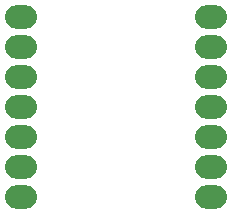
<source format=gbr>
%TF.GenerationSoftware,KiCad,Pcbnew,(7.0.0)*%
%TF.CreationDate,2023-02-28T10:18:03+09:00*%
%TF.ProjectId,footcon,666f6f74-636f-46e2-9e6b-696361645f70,0.10*%
%TF.SameCoordinates,Original*%
%TF.FileFunction,Paste,Top*%
%TF.FilePolarity,Positive*%
%FSLAX46Y46*%
G04 Gerber Fmt 4.6, Leading zero omitted, Abs format (unit mm)*
G04 Created by KiCad (PCBNEW (7.0.0)) date 2023-02-28 10:18:03*
%MOMM*%
%LPD*%
G01*
G04 APERTURE LIST*
%ADD10O,2.700000X2.000000*%
G04 APERTURE END LIST*
D10*
%TO.C,U1*%
X153656667Y-135079999D03*
X153656667Y-132539999D03*
X153656667Y-129999999D03*
X153656667Y-127459999D03*
X153656667Y-124919999D03*
X153656667Y-122379999D03*
X153656667Y-119839999D03*
X137576667Y-119839999D03*
X137576667Y-122379999D03*
X137576667Y-124919999D03*
X137576667Y-127459999D03*
X137576667Y-129999999D03*
X137576667Y-132539999D03*
X137576667Y-135079999D03*
%TD*%
M02*

</source>
